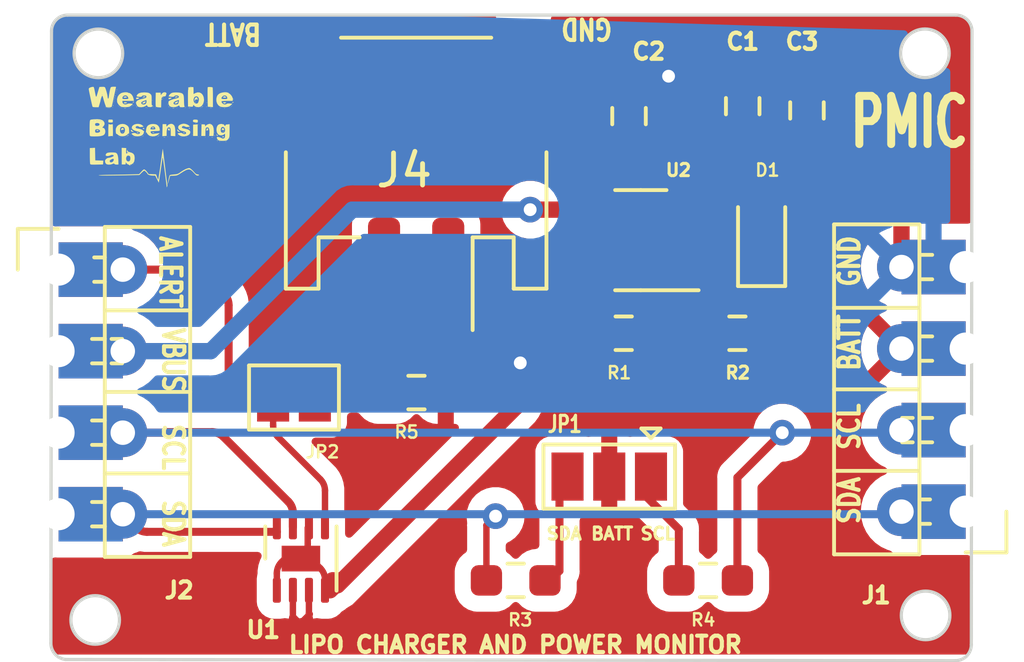
<source format=kicad_pcb>
(kicad_pcb (version 20221018) (generator pcbnew)

  (general
    (thickness 1.6)
  )

  (paper "A4")
  (layers
    (0 "F.Cu" signal)
    (31 "B.Cu" signal)
    (32 "B.Adhes" user "B.Adhesive")
    (33 "F.Adhes" user "F.Adhesive")
    (34 "B.Paste" user)
    (35 "F.Paste" user)
    (36 "B.SilkS" user "B.Silkscreen")
    (37 "F.SilkS" user "F.Silkscreen")
    (38 "B.Mask" user)
    (39 "F.Mask" user)
    (42 "Eco1.User" user "User.Eco1")
    (44 "Edge.Cuts" user)
    (45 "Margin" user)
    (46 "B.CrtYd" user "B.Courtyard")
    (47 "F.CrtYd" user "F.Courtyard")
  )

  (setup
    (stackup
      (layer "F.SilkS" (type "Top Silk Screen"))
      (layer "F.Paste" (type "Top Solder Paste"))
      (layer "F.Mask" (type "Top Solder Mask") (thickness 0.01))
      (layer "F.Cu" (type "copper") (thickness 0.035))
      (layer "dielectric 1" (type "core") (thickness 1.51) (material "FR4") (epsilon_r 4.5) (loss_tangent 0.02))
      (layer "B.Cu" (type "copper") (thickness 0.035))
      (layer "B.Mask" (type "Bottom Solder Mask") (thickness 0.01))
      (layer "B.Paste" (type "Bottom Solder Paste"))
      (layer "B.SilkS" (type "Bottom Silk Screen"))
      (copper_finish "None")
      (dielectric_constraints no)
      (castellated_pads yes)
    )
    (pad_to_mask_clearance 0)
    (grid_origin 0.15 0.15)
    (pcbplotparams
      (layerselection 0x00010fc_ffffffff)
      (plot_on_all_layers_selection 0x0000000_00000000)
      (disableapertmacros false)
      (usegerberextensions false)
      (usegerberattributes true)
      (usegerberadvancedattributes true)
      (creategerberjobfile true)
      (dashed_line_dash_ratio 12.000000)
      (dashed_line_gap_ratio 3.000000)
      (svgprecision 4)
      (plotframeref false)
      (viasonmask false)
      (mode 1)
      (useauxorigin false)
      (hpglpennumber 1)
      (hpglpenspeed 20)
      (hpglpendiameter 15.000000)
      (dxfpolygonmode true)
      (dxfimperialunits true)
      (dxfusepcbnewfont true)
      (psnegative false)
      (psa4output false)
      (plotreference true)
      (plotvalue true)
      (plotinvisibletext false)
      (sketchpadsonfab false)
      (subtractmaskfromsilk false)
      (outputformat 1)
      (mirror false)
      (drillshape 0)
      (scaleselection 1)
      (outputdirectory "Print/")
    )
  )

  (net 0 "")
  (net 1 "+BATT")
  (net 2 "GND")
  (net 3 "Net-(JP1-A)")
  (net 4 "Net-(D1-K)")
  (net 5 "Net-(D1-A)")
  (net 6 "Net-(U2-PROG)")
  (net 7 "ALERT")
  (net 8 "Net-(JP1-B)")
  (net 9 "Net-(JP2-B)")
  (net 10 "VBUS")
  (net 11 "/SCL_PMIC")
  (net 12 "/SDA_PMIC")

  (footprint "Jumper:SolderJumper-3_P1.3mm_Open_Pad1.0x1.5mm" (layer "F.Cu") (at 90.856 88.238 180))

  (footprint "Connector_JST:JST_PH_S2B-PH-SM4-TB_1x02-1MP_P2.00mm_Horizontal" (layer "F.Cu") (at 84.84 79.074 180))

  (footprint "LOGO" (layer "F.Cu") (at 76.996 77.612))

  (footprint "Resistor_SMD:R_0603_1608Metric_Pad0.98x0.95mm_HandSolder" (layer "F.Cu") (at 94.8485 83.772 180))

  (footprint "Resistor_SMD:R_0603_1608Metric_Pad0.98x0.95mm_HandSolder" (layer "F.Cu") (at 87.9415 91.472))

  (footprint "Jumper:SolderJumper-2_P1.3mm_Open_Pad1.0x1.5mm" (layer "F.Cu") (at 81.034 85.774))

  (footprint "Resistor_SMD:R_0603_1608Metric_Pad0.98x0.95mm_HandSolder" (layer "F.Cu") (at 84.85 85.62))

  (footprint "Resistor_SMD:R_0603_1608Metric_Pad0.98x0.95mm_HandSolder" (layer "F.Cu") (at 91.3065 83.772 180))

  (footprint "Resistor_SMD:R_0603_1608Metric_Pad0.98x0.95mm_HandSolder" (layer "F.Cu") (at 95.014 76.6975 90))

  (footprint "Castellated_PinHeaders_1x04:Castellated_PinHeader_1x04_P2.54mm" (layer "F.Cu") (at 73.7 81.79))

  (footprint "Resistor_SMD:R_0603_1608Metric_Pad0.98x0.95mm_HandSolder" (layer "F.Cu") (at 97.016 76.8305 -90))

  (footprint "Package_DFN_QFN:TDFN-8-1EP_2x2mm_P0.5mm_EP0.8x1.2mm" (layer "F.Cu") (at 81.25 90.7925 90))

  (footprint "LED_SMD:LED_0603_1608Metric_Pad1.05x0.95mm_HandSolder" (layer "F.Cu") (at 95.6032 80.643 90))

  (footprint "Resistor_SMD:R_0603_1608Metric_Pad0.98x0.95mm_HandSolder" (layer "F.Cu") (at 91.472 77.0075 90))

  (footprint "Castellated_PinHeaders_1x04:Castellated_PinHeader_1x04_P2.54mm" (layer "F.Cu") (at 101.96 89.33 180))

  (footprint "Resistor_SMD:R_0603_1608Metric_Pad0.98x0.95mm_HandSolder" (layer "F.Cu") (at 93.936 91.472 180))

  (footprint "Package_TO_SOT_SMD:SOT-23-5" (layer "F.Cu") (at 91.8395 80.872 180))

  (gr_line locked (start 73.461553 93.428447) (end 73.4798 74.3608)
    (stroke (width 0.1) (type default)) (layer "Edge.Cuts") (tstamp 08a709b1-426c-48ae-a0b3-b99f1e8a0399))
  (gr_arc locked (start 73.4798 74.3608) (mid 73.626247 74.007247) (end 73.9798 73.8608)
    (stroke (width 0.1) (type default)) (layer "Edge.Cuts") (tstamp 09663f50-a886-4683-b9d0-131f8051fcb7))
  (gr_circle (center 74.84 92.704) (end 75.4 93.214)
    (stroke (width 0.1) (type default)) (fill none) (layer "Edge.Cuts") (tstamp 2513244c-58a9-42a8-a8ed-f1489566f036))
  (gr_arc locked (start 101.6564 73.8608) (mid 102.009953 74.007247) (end 102.1564 74.3608)
    (stroke (width 0.1) (type default)) (layer "Edge.Cuts") (tstamp 3cbd72eb-bd78-4f6a-a210-9faba7291f92))
  (gr_circle (center 100.69 75.05) (end 101.25 75.56)
    (stroke (width 0.1) (type default)) (fill none) (layer "Edge.Cuts") (tstamp 4cfdacca-9ffd-40c6-a568-c3b68787aff0))
  (gr_arc locked (start 102.136 93.474) (mid 101.989553 93.827553) (end 101.636 93.974)
    (stroke (width 0.1) (type default)) (layer "Edge.Cuts") (tstamp 68ef35ec-c2a9-46de-81a0-ef7022a44dbd))
  (gr_circle (center 74.94 75.052571) (end 75.5 75.562571)
    (stroke (width 0.1) (type default)) (fill none) (layer "Edge.Cuts") (tstamp 81610174-60b4-4a29-9762-33655680d313))
  (gr_circle (center 100.712 92.562571) (end 101.272 93.072571)
    (stroke (width 0.1) (type default)) (fill none) (layer "Edge.Cuts") (tstamp 86f2f2e5-e529-4c86-860e-13e400f987c9))
  (gr_line locked (start 101.636 93.974) (end 73.916 93.936)
    (stroke (width 0.1) (type default)) (layer "Edge.Cuts") (tstamp 938ccd79-4a5a-4e66-be66-cebdc87db407))
  (gr_arc locked (start 73.916 93.936) (mid 73.591766 93.769083) (end 73.461553 93.428447)
    (stroke (width 0.1) (type default)) (layer "Edge.Cuts") (tstamp ac7809a6-8f82-47cd-8c8b-f8d011ca0a2c))
  (gr_line locked (start 73.9798 73.8608) (end 101.6564 73.8608)
    (stroke (width 0.1) (type default)) (layer "Edge.Cuts") (tstamp e1c5ba30-b97a-47bc-a237-e1e1c0359efa))
  (gr_line locked (start 102.1564 74.3608) (end 102.136 93.474)
    (stroke (width 0.1) (type default)) (layer "Edge.Cuts") (tstamp efbfa07e-3c0b-4142-93fa-d289a850e971))
  (gr_text "BATT" (at 90.24 90.24) (layer "F.SilkS") (tstamp 0585cda7-94c7-42c5-bdba-28b17d023b44)
    (effects (font (size 0.381 0.381) (thickness 0.09525) bold) (justify left bottom))
  )
  (gr_text "LIPO CHARGER AND POWER MONITOR" (at 87.93 93.474) (layer "F.SilkS") (tstamp 06e77fa9-c633-44eb-998f-f6a4f27ad15d)
    (effects (font (size 0.508 0.508) (thickness 0.127)))
  )
  (gr_text "SDA" (at 98.71 89.778 90) (layer "F.SilkS") (tstamp 21655622-28f3-4149-a45d-33cb8546316b)
    (effects (font (size 0.635 0.508) (thickness 0.127) bold) (justify left bottom))
  )
  (gr_text "PMIC" (at 98.248 78.074) (layer "F.SilkS") (tstamp 3c3e52c4-1815-4087-bb4d-ca2ba0044c89)
    (effects (font (size 1.5 0.992) (thickness 0.248) bold) (justify left bottom))
  )
  (gr_text "SDA" (at 76.8986 88.9012 -90) (layer "F.SilkS") (tstamp 51a8c6f2-593e-4fd9-857f-12b7f75786f8)
    (effects (font (size 0.635 0.508) (thickness 0.127) bold) (justify left bottom))
  )
  (gr_text "SDA" (at 88.854 90.24) (layer "F.SilkS") (tstamp 66ff2711-380e-483f-8615-9a984db7a465)
    (effects (font (size 0.381 0.381) (thickness 0.09525) bold) (justify left bottom))
  )
  (gr_text "SCL" (at 91.78 90.24) (layer "F.SilkS") (tstamp 74c46991-a604-49dd-b6fa-dea8af781726)
    (effects (font (size 0.381 0.381) (thickness 0.09525) bold) (justify left bottom))
  )
  (gr_text "SCL" (at 76.8986 86.539 -90) (layer "F.SilkS") (tstamp 7cc78627-04d3-4a04-a13b-aa4ab6af1cdc)
    (effects (font (size 0.635 0.508) (thickness 0.127) bold) (justify left bottom))
  )
  (gr_text "GND" (at 98.71 82.386 90) (layer "F.SilkS") (tstamp 7d99862c-3a0c-4a87-8427-99b4407277b2)
    (effects (font (size 0.635 0.508) (thickness 0.127) bold) (justify left bottom))
  )
  (gr_text "BATT" (at 80.076 74.07 180) (layer "F.SilkS") (tstamp c6dcdcc4-7f21-4f55-9569-9ab51772fb1a)
    (effects (font (size 0.635 0.508) (thickness 0.127) bold) (justify left bottom))
  )
  (gr_text "BATT" (at 98.71 85.004 90) (layer "F.SilkS") (tstamp cecd89fa-5c96-4b7a-9023-4237607a1388)
    (effects (font (size 0.635 0.508) (thickness 0.127) bold) (justify left bottom))
  )
  (gr_text "GND" (at 91.01 73.916 180) (layer "F.SilkS") (tstamp d3e73b4a-9ddf-4df0-a25f-52534df34221)
    (effects (font (size 0.635 0.508) (thickness 0.127) bold) (justify left bottom))
  )
  (gr_text "ALERT" (at 76.81 80.68 270) (layer "F.SilkS") (tstamp daeaafa5-5c53-4941-88cf-39ced48af619)
    (effects (font (size 0.635 0.508) (thickness 0.127) bold) (justify left bottom))
  )
  (gr_text "VBUS\n" (at 76.9 83.54 270) (layer "F.SilkS") (tstamp dd4dcb50-758c-4ae9-9812-e9d806a3f9a4)
    (effects (font (size 0.635 0.508) (thickness 0.127) bold) (justify left bottom))
  )
  (gr_text "SCL" (at 98.71 87.468 90) (layer "F.SilkS") (tstamp fd9b2c00-ca14-425e-a98f-3a5dc3674d29)
    (effects (font (size 0.635 0.508) (thickness 0.127) bold) (justify left bottom))
  )

  (segment (start 81 92.6) (end 81 91.78) (width 0.2) (layer "F.Cu") (net 1) (tstamp 42a23c23-aee6-4a84-a2a4-84c949562984))
  (segment (start 81.225 92.825) (end 81 92.6) (width 0.2) (layer "F.Cu") (net 1) (tstamp 5f56849c-df18-4308-99eb-3d234c8d64d9))
  (segment (start 81.525 92.525) (end 81.225 92.825) (width 0.2) (layer "F.Cu") (net 1) (tstamp 8fda2bd7-36a4-4e9c-870e-31f0b4766778))
  (segment (start 81.5 92.5) (end 81.525 92.525) (width 0.2) (layer "F.Cu") (net 1) (tstamp a6989bf5-51b3-4bf5-96eb-a45b0f394b12))
  (segment (start 81.5 91.78) (end 81.5 92.5) (width 0.2) (layer "F.Cu") (net 1) (tstamp ff89cb47-1153-4a24-b47b-be7bdfa355a7))
  (segment (start 81.345393 90.7925) (end 81.25 90.7925) (width 0.2) (layer "F.Cu") (net 2) (tstamp 00e6b2ba-a625-48ca-987b-5315f24e4cc8))
  (segment (start 98.877447 75.931447) (end 99.813554 76.867554) (width 0.508) (layer "F.Cu") (net 2) (tstamp 0d0be688-7b3f-4495-8984-05f29c97d024))
  (segment (start 80.7555 90.7925) (end 81.25 90.7925) (width 0.2) (layer "F.Cu") (net 2) (tstamp 12e81996-709f-4630-8d5d-9c4452eb1370))
  (segment (start 88.084 83.055107) (end 88.084 84.696) (width 0.508) (layer "F.Cu") (net 2) (tstamp 1ad70ab8-33ff-4457-8443-84b13beb1722))
  (segment (start 88.084 84.696) (end 88.084 85.720893) (width 0.508) (layer "F.Cu") (net 2) (tstamp 2a1b04d6-4c19-4983-809b-1b724c963f78))
  (segment (start 82 91.78) (end 82 91.447107) (width 0.2) (layer "F.Cu") (net 2) (tstamp 2adecf88-896d-4ccc-83fa-38a715fd4aca))
  (segment (start 91.772447 85.319553) (end 92.072554 85.019446) (width 0.508) (layer "F.Cu") (net 2) (tstamp 2dab028f-b246-436d-a681-96e59037978a))
  (segment (start 82.386 91.472) (end 82.232 91.472) (width 0.508) (layer "F.Cu") (net 2) (tstamp 3226ef93-0362-4359-a359-a10b29708cee))
  (segment (start 87.16 81.924) (end 85.84 81.924) (width 0.508) (layer "F.Cu") (net 2) (tstamp 379b3547-dd9d-415f-95c9-81218fe38b8c))
  (segment (start 81.25 90.7925) (end 81.25 90.76) (width 0.2) (layer "F.Cu") (net 2) (tstamp 3acad2a9-90e6-44a9-9693-3e6f58b6389d))
  (segment (start 89.451553 81.018447) (end 88.692446 81.777554) (width 0.508) (layer "F.Cu") (net 2) (tstamp 3e82980a-3b2e-4c4d-b6c1-91e30f27a6ac))
  (segment (start 92.219 84.665893) (end 92.219 83.772) (width 0.508) (layer "F.Cu") (net 2) (tstamp 411fd118-d9a6-4ba8-9c65-a1baf6b5e532))
  (segment (start 99.96 77.221107) (end 99.96 81.71) (width 0.508) (layer "F.Cu") (net 2) (tstamp 42155993-160b-424e-83be-2c8b08be42b9))
  (segment (start 88.084 84.696) (end 88.707554 85.319554) (width 0.508) (layer "F.Cu") (net 2) (tstamp 4eb46c89-3ee3-450f-90ec-a32e6ff36d7e))
  (segment (start 81.853553 91.093553) (end 81.698946 90.938946) (width 0.2) (layer "F.Cu") (net 2) (tstamp 5fff8a8d-e207-4ca8-abac-7ebb3ad2b7fe))
  (segment (start 92.219 83.772) (end 93.936 83.772) (width 0.508) (layer "F.Cu") (net 2) (tstamp 66472aff-9bed-4c13-b43a-9d2593c6ead9))
  (segment (start 82.232 91.7052) (end 82.1572 91.78) (width 0.508) (layer "F.Cu") (net 2) (tstamp 6ada2d9e-0c1d-46d4-831f-0734f43f6a10))
  (segment (start 80.5 91.78) (end 80.5 91.255107) (width 0.2) (layer "F.Cu") (net 2) (tstamp 6dad5a19-20c3-4711-9ad8-ded878be77c2))
  (segment (start 95.014 75.785) (end 98.523893 75.785) (width 0.508) (layer "F.Cu") (net 2) (tstamp 7ba3d0c5-553e-4ab7-a17a-48ff65eec0b4))
  (segment (start 82.232 91.472) (end 82.232 91.7052) (width 0.508) (layer "F.Cu") (net 2) (tstamp 8475b5c5-374c-4740-af94-325c48c8e0ec))
  (segment (start 87.937553 86.074447) (end 82.386 91.626) (width 0.508) (layer "F.Cu") (net 2) (tstamp 8ffbd648-2520-41ae-a1b2-74c70f0b36bd))
  (segment (start 91.656553 75.910447) (end 91.472 76.095) (width 0.508) (layer "F.Cu") (net 2) (tstamp 963018b7-9ef8-41b3-a07d-28ec746d4f8b))
  (segment (start 80.646447 90.901553) (end 80.7555 90.7925) (width 0.2) (layer "F.Cu") (net 2) (tstamp a18d1d7a-e260-4806-838a-ca645db5136a))
  (segment (start 81.25 90.76) (end 81.315554 90.694446) (width 0.2) (layer "F.Cu") (net 2) (tstamp a1a5a1c6-e330-45fc-b167-50847cd22cad))
  (segment (start 88.338893 81.924) (end 87.16 81.924) (width 0.508) (layer "F.Cu") (net 2) (tstamp a7f45236-185a-41a0-8d55-7d486bdf1ff0))
  (segment (start 81.462 89.843) (end 81.5 89.805) (width 0.2) (layer "F.Cu") (net 2) (tstamp bceefde4-5d16-4b83-b812-65e8a68e0a4f))
  (segment (start 89.061107 85.466) (end 91.418893 85.466) (width 0.508) (layer "F.Cu") (net 2) (tstamp d5a352dd-594f-4481-9f38-7076241a17d3))
  (segment (start 92.977 80.872) (end 89.805107 80.872) (width 0.508) (layer "F.Cu") (net 2) (tstamp dcb02152-4ca8-4de1-a280-b1b79e27b5e1))
  (segment (start 92.704 75.764) (end 92.010107 75.764) (width 0.508) (layer "F.Cu") (net 2) (tstamp e944f85a-10b6-4a19-991c-4dda20a06a5c))
  (segment (start 87.16 81.924) (end 87.937554 82.701554) (width 0.508) (layer "F.Cu") (net 2) (tstamp ee187d12-ccfb-4272-b7a9-508a1fdd3b6a))
  (segment (start 81.462 90.340893) (end 81.462 89.843) (width 0.2) (layer "F.Cu") (net 2) (tstamp f374723e-2d9c-476c-a691-18932191dcfe))
  (via (at 88.084 84.696) (size 0.8) (drill 0.4) (layers "F.Cu" "B.Cu") (net 2) (tstamp 06b762e5-7837-42dc-b287-ecb1cb2d5256))
  (via (at 92.704 75.764) (size 0.8) (drill 0.4) (layers "F.Cu" "B.Cu") (net 2) (tstamp 347afe8a-00b6-4631-957d-a35633df8464))
  (arc (start 99.813554 76.867554) (mid 99.92194 77.029766) (end 99.96 77.221107) (width 0.508) (layer "F.Cu") (net 2) (tstamp 0797c126-ad06-4732-81e1-76ab342c4658))
  (arc (start 87.937553 86.074447) (mid 88.04594 85.912235) (end 88.084 85.720893) (width 0.508) (layer "F.Cu") (net 2) (tstamp 0b8fc7ff-d916-4201-9b5e-b99e51ad9c5e))
  (arc (start 88.084 83.055107) (mid 88.04594 82.863766) (end 87.937554 82.701554) (width 0.508) (layer "F.Cu") (net 2) (tstamp 13573c29-4b2c-4bf0-acd4-a0b354d6a7c9))
  (arc (start 80.5 91.255107) (mid 80.53806 91.063765) (end 80.646447 90.901553) (width 0.2) (layer "F.Cu") (net 2) (tstamp 2a7a492f-a0ff-45d3-91d3-35a7aa53eb9b))
  (arc (start 81.315554 90.694446) (mid 81.42394 90.532234) (end 81.462 90.340893) (width 0.2) (layer "F.Cu") (net 2) (tstamp 3590ff01-0915-476d-9d81-85b03e74762b))
  (arc (start 92.010107 75.764) (mid 91.818765 75.80206) (end 91.656553 75.910447) (width 0.508) (layer "F.Cu") (net 2) (tstamp 6a365df9-f186-4619-8ae9-56a6d166502c))
  (arc (start 88.692446 81.777554) (mid 88.530234 81.88594) (end 88.338893 81.924) (width 0.508) (layer "F.Cu") (net 2) (tstamp 6c67c93f-b210-459b-b3ba-4f6dd0b84777))
  (arc (start 81.698946 90.938946) (mid 81.536734 90.83056) (end 81.345393 90.7925) (width 0.2) (layer "F.Cu") (net 2) (tstamp 75f8802d-ab67-4fda-a7f9-650c29d24425))
  (arc (start 98.877447 75.931447) (mid 98.715235 75.82306) (end 98.523893 75.785) (width 0.508) (layer "F.Cu") (net 2) (tstamp 7b3c255a-07cd-45d7-b1c5-b6447d4b3a9a))
  (arc (start 92.072554 85.019446) (mid 92.18094 84.857234) (end 92.219 84.665893) (width 0.508) (layer "F.Cu") (net 2) (tstamp 8e546c2e-1e15-4210-8014-407e8febb05e))
  (arc (start 89.451553 81.018447) (mid 89.613765 80.91006) (end 89.805107 80.872) (width 0.508) (layer "F.Cu") (net 2) (tstamp b69011f1-b37d-4078-81cb-23e190dbdd64))
  (arc (start 91.772447 85.319553) (mid 91.610235 85.42794) (end 91.418893 85.466) (width 0.508) (layer "F.Cu") (net 2) (tstamp cc568fbf-7b33-4a4d-97b9-d54b7e4eb79e))
  (arc (start 82 91.447107) (mid 81.96194 91.255765) (end 81.853553 91.093553) (width 0.2) (layer "F.Cu") (net 2) (tstamp d76580e1-9f32-4115-af8c-f0c22cd45cfb))
  (arc (start 89.061107 85.466) (mid 88.869766 85.42794) (end 88.707554 85.319554) (width 0.508) (layer "F.Cu") (net 2) (tstamp e3f78a9e-dcc5-44f8-805e-d3246ae40392))
  (segment (start 93.0235 89.8755) (end 91.848 88.7) (width 0.25) (layer "F.Cu") (net 3) (tstamp 84aab61e-4f8b-4867-9793-601f2b691db5))
  (segment (start 93.0235 91.472) (end 93.0235 89.8755) (width 0.25) (layer "F.Cu") (net 3) (tstamp b6946e6d-01b5-406a-900f-028d797e2f21))
  (segment (start 95.761 83.772) (end 95.761 81.882907) (width 0.25) (layer "F.Cu") (net 4) (tstamp 122ca3ba-d365-4b39-87c0-6e913740d66b))
  (segment (start 95.614553 81.529353) (end 95.6032 81.518) (width 0.25) (layer "F.Cu") (net 4) (tstamp a1e78289-79b0-413b-88eb-1fe37a2f7473))
  (arc (start 95.761 81.882907) (mid 95.72294 81.691565) (end 95.614553 81.529353) (width 0.25) (layer "F.Cu") (net 4) (tstamp a090b12d-336c-42b2-a9ac-5461a58d5b8b))
  (segment (start 92.977 81.822) (end 93.522893 81.822) (width 0.25) (layer "F.Cu") (net 5) (tstamp 0b1d437f-cd2f-4dc6-9685-f34236906916))
  (segment (start 94.244 81.100893) (end 94.244 80.591107) (width 0.25) (layer "F.Cu") (net 5) (tstamp 0f6582de-2e49-4906-b57a-cc79e6059cff))
  (segment (start 95.067107 79.768) (end 95.6032 79.768) (width 0.25) (layer "F.Cu") (net 5) (tstamp 73166e87-78ee-41d9-b0e6-ddd363dd8ef1))
  (segment (start 94.390447 80.237553) (end 94.713554 79.914446) (width 0.25) (layer "F.Cu") (net 5) (tstamp 8884c93f-00fc-4c10-af8f-8aa8d83f90a2))
  (segment (start 93.876447 81.675553) (end 94.097554 81.454446) (width 0.25) (layer "F.Cu") (net 5) (tstamp ed6f144e-40a8-4d2d-8f12-10d382e36345))
  (arc (start 94.244 81.100893) (mid 94.20594 81.292234) (end 94.097554 81.454446) (width 0.25) (layer "F.Cu") (net 5) (tstamp 1da17e7f-6c57-45d7-b45f-e1286b6b4350))
  (arc (start 94.390447 80.237553) (mid 94.28206 80.399765) (end 94.244 80.591107) (width 0.25) (layer "F.Cu") (net 5) (tstamp 56712fdc-1ac9-409c-a37d-bf33d302c1ea))
  (arc (start 94.713554 79.914446) (mid 94.875766 79.80606) (end 95.067107 79.768) (width 0.25) (layer "F.Cu") (net 5) (tstamp a897321b-f52c-4be6-b242-1169fec6dd3d))
  (arc (start 93.522893 81.822) (mid 93.714235 81.78394) (end 93.876447 81.675553) (width 0.25) (layer "F.Cu") (net 5) (tstamp e4e543c8-4488-4d86-8edb-8e7bfbfb1c5d))
  (segment (start 90.637753 83.46) (end 90.637753 81.886247) (width 0.25) (layer "F.Cu") (net 6) (tstamp 1bc81270-7c59-4f62-9c1d-a71d543154ee))
  (segment (start 90.637753 81.886247) (end 90.702 81.822) (width 0.25) (layer "F.Cu") (net 6) (tstamp fb73f191-1dae-4114-9ed2-c2e06745a0ca))
  (segment (start 82 89.959) (end 82 88.675107) (width 0.2) (layer "F.Cu") (net 7) (tstamp 3ac9a2ad-b153-45b3-ab73-fbf19526ca05))
  (segment (start 79.667107 85.774) (end 80.384 85.774) (width 0.25) (layer "F.Cu") (net 7) (tstamp 4b3f32e7-b278-4aa6-aa98-db8fd424447d))
  (segment (start 81.853553 88.321553) (end 80.530446 86.998446) (width 0.2) (layer "F.Cu") (net 7) (tstamp 51d41350-3415-4ed6-b352-fbd16f79023b))
  (segment (start 78.851553 82.547553) (end 78.240446 81.936446) (width 0.25) (layer "F.Cu") (net 7) (tstamp 8aff4ded-de07-478f-b36a-18edef547a98))
  (segment (start 80.384 86.644893) (end 80.384 85.774) (width 0.2) (layer "F.Cu") (net 7) (tstamp af7fd74c-2ab8-41f8-abf9-b1b0ec260004))
  (segment (start 78.998 85.104893) (end 78.998 82.901107) (width 0.25) (layer "F.Cu") (net 7) (tstamp bb7db59c-0a15-4cd4-8b4a-e005e6bf6ac4))
  (segment (start 79.313553 85.627553) (end 79.144446 85.458446) (width 0.25) (layer "F.Cu") (net 7) (tstamp f40424df-a661-4f82-baf0-7fb7835dc670))
  (segment (start 77.886893 81.79) (end 75.7 81.79) (width 0.25) (layer "F.Cu") (net 7) (tstamp fcd2ac90-e5f1-464f-a224-82a8f2d87785))
  (arc (start 79.144446 85.458446) (mid 79.03606 85.296234) (end 78.998 85.104893) (width 0.25) (layer "F.Cu") (net 7) (tstamp 0155b9d6-d406-4de6-aa54-9dd8983baac0))
  (arc (start 79.667107 85.774) (mid 79.475765 85.73594) (end 79.313553 85.627553) (width 0.25) (layer "F.Cu") (net 7) (tstamp 136ed636-913d-4f55-b941-946126eef91f))
  (arc (start 80.530446 86.998446) (mid 80.42206 86.836234) (end 80.384 86.644893) (width 0.2) (layer "F.Cu") (net 7) (tstamp 9474a73e-6930-4ac0-8e9b-1e6a3e406bb2))
  (arc (start 78.998 82.901107) (mid 78.95994 82.709765) (end 78.851553 82.547553) (width 0.25) (layer "F.Cu") (net 7) (tstamp 9ca027b9-b181-458b-9ec9-f7f59a9d4629))
  (arc (start 82 88.675107) (mid 81.96194 88.483765) (end 81.853553 88.321553) (width 0.2) (layer "F.Cu") (net 7) (tstamp bc2f9dd2-8dd2-464f-a509-c64fa2072e29))
  (arc (start 77.886893 81.79) (mid 78.078234 81.82806) (end 78.240446 81.936446) (width 0.25) (layer "F.Cu") (net 7) (tstamp c19073a7-67f5-4c20-b786-dc324eb8ee05))
  (segment (start 88.854 91.626) (end 89.305407 91.174593) (width 0.25) (layer "F.Cu") (net 8) (tstamp 3acfb6d4-0871-4c9a-9c86-0b0a3438501f))
  (segment (start 89.305407 91.174593) (end 89.305407 88.6572) (width 0.25) (layer "F.Cu") (net 8) (tstamp 8d1d46c0-b4c0-4996-9422-afca296ea2b3))
  (segment (start 81.684 85.774) (end 81.691554 85.766446) (width 0.25) (layer "F.Cu") (net 9) (tstamp 115cc593-7822-472f-b914-658ba311290a))
  (segment (start 82.045107 85.62) (end 84.257 85.62) (width 0.25) (layer "F.Cu") (net 9) (tstamp fac17883-77e6-4bea-a7bd-a206989f1969))
  (arc (start 81.691554 85.766446) (mid 81.853766 85.65806) (end 82.045107 85.62) (width 0.25) (layer "F.Cu") (net 9) (tstamp ad55862b-1436-4688-8bd0-d034afc35149))
  (segment (start 90.394 79.922) (end 88.392 79.922) (width 0.508) (layer "F.Cu") (net 10) (tstamp 49f45db3-6497-4d46-b9be-07d76f296a09))
  (segment (start 90.637753 79.857753) (end 90.637753 78.747554) (width 0.508) (layer "F.Cu") (net 10) (tstamp c45dff74-16c0-462f-979e-b92e2766d5c5))
  (segment (start 90.7842 78.394) (end 91.5682 77.61) (width 0.508) (layer "F.Cu") (net 10) (tstamp da2f1a86-c029-450f-aac8-7f890ce38773))
  (via (at 88.392 79.922) (size 0.8) (drill 0.4) (layers "F.Cu" "B.Cu") (net 10) (tstamp afca6d19-5dd3-4e36-80ca-1f8ce6d59115))
  (arc (start 90.7842 78.394) (mid 90.675813 78.556212) (end 90.637753 78.747554) (width 0.508) (layer "F.Cu") (net 10) (tstamp 9a620c36-0915-4713-9b80-2df6df775687))
  (segment (start 88.392 79.922) (end 82.848 79.922) (width 0.508) (layer "B.Cu") (net 10) (tstamp 9cf95064-2926-4a7a-af4f-ce4e8b9213c1))
  (segment (start 78.44 84.33) (end 75.7 84.33) (width 0.508) (layer "B.Cu") (net 10) (tstamp f46220e4-c1e5-4048-8791-bc2deaf37687))
  (segment (start 82.848 79.922) (end 78.44 84.33) (width 0.508) (layer "B.Cu") (net 10) (tstamp fbe89cf5-b252-4432-aac0-932a1e40dd8c))
  (segment (start 96.246 86.87) (end 94.8485 88.2675) (width 0.25) (layer "F.Cu") (net 11) (tstamp 17f8e69a-38e1-4c58-a909-7dae9ed98cbf))
  (segment (start 76.978 86.87) (end 76.996 86.852) (width 0.25) (layer "F.Cu") (net 11) (tstamp 3528f79e-bc85-42d7-8855-e54f359715de))
  (segment (start 75.7 86.87) (end 76.978 86.87) (width 0.25) (layer "F.Cu") (net 11) (tstamp be18078b-3d7d-4001-9bf2-9a268ce87b65))
  (segment (start 94.8485 88.2675) (end 94.8485 91.472) (width 0.25) (layer "F.Cu") (net 11) (tstamp be80eaf7-08d0-4dc5-b15d-bf4c00294eed))
  (segment (start 76.996 86.852) (end 78.482893 86.852) (width 0.25) (layer "F.Cu") (net 11) (tstamp cee2328c-f635-4c8e-b569-c81c98ff2427))
  (segment (start 78.836447 86.998447) (end 80.853554 89.015554) (width 0.25) (layer "F.Cu") (net 11) (tstamp e1abfbf7-cf89-48f0-8853-0781a45628bb))
  (segment (start 81 89.369107) (end 81 89.805) (width 0.25) (layer "F.Cu") (net 11) (tstamp f82331f9-b736-430a-b1a0-27f2d314c657))
  (via (at 96.246 86.87) (size 0.8) (drill 0.4) (layers "F.Cu" "B.Cu") (net 11) (tstamp 34181a7d-1ae2-4014-8e45-d5d3eb553252))
  (arc (start 81 89.369107) (mid 80.96194 89.177766) (end 80.853554 89.015554) (width 0.25) (layer "F.Cu") (net 11) (tstamp 64a24606-5497-4c53-a1d0-f9e67db0cec5))
  (arc (start 78.482893 86.852) (mid 78.674235 86.89006) (end 78.836447 86.998447) (width 0.25) (layer "F.Cu") (net 11) (tstamp ffd7f074-52d5-42a1-86bd-77098ec8b88f))
  (segment (start 99.88 86.87) (end 99.96 86.79) (width 0.25) (layer "B.Cu") (net 11) (tstamp dfa49ccd-4c56-4457-9148-9a7c4fc67a90))
  (segment (start 75.7 86.87) (end 99.88 86.87) (width 0.25) (layer "B.Cu") (net 11) (tstamp f8ca4304-2e71-42d8-9d26-4aeb0cf40eeb))
  (segment (start 87.029 91.626) (end 87.029 89.755) (width 0.2) (layer "F.Cu") (net 12) (tstamp 03b51554-cce1-43c1-8e0d-f1a5606416ac))
  (segment (start 87.029 89.755) (end 87.314 89.47) (width 0.2) (layer "F.Cu") (net 12) (tstamp 50f9d7c9-f415-42fb-8253-4ea36a3d3b9b))
  (segment (start 80.5 89.959) (end 76.456107 89.959) (width 0.25) (layer "F.Cu") (net 12) (tstamp 8154a676-9adc-4a5f-823f-6b79dbbdff18))
  (segment (start 76.102553 89.812553) (end 75.7 89.41) (width 0.25) (layer "F.Cu") (net 12) (tstamp 8341dd32-a77c-4994-aa6e-6dbc911f8955))
  (via (at 87.314 89.47) (size 0.8) (drill 0.4) (layers "F.Cu" "B.Cu") (net 12) (tstamp a4e300c9-e310-4ae0-8e06-f523686d9e95))
  (arc (start 76.456107 89.959) (mid 76.264765 89.92094) (end 76.102553 89.812553) (width 0.25) (layer "F.Cu") (net 12) (tstamp 157f6229-4e02-40dc-bb8a-e3bcf32e6837))
  (segment (start 99.88 89.41) (end 99.96 89.33) (width 0.25) (layer "B.Cu") (net 12) (tstamp 6bb7a6cb-137f-449f-ba53-d73db7cb3014))
  (segment (start 75.7 89.41) (end 99.88 89.41) (width 0.25) (layer "B.Cu") (net 12) (tstamp 91ac8799-b81e-47a1-bd0b-0980ddca66be))

  (zone (net 1) (net_name "+BATT") (layer "F.Cu") (tstamp 75ab0f6f-7a7f-49f4-b96f-d0081d0459d4) (hatch edge 0.5)
    (connect_pads (clearance 0.5))
    (min_thickness 0.25) (filled_areas_thickness no)
    (fill yes (thermal_gap 0.5) (thermal_bridge_width 0.5))
    (polygon
      (pts
        (xy 75.02 73.39)
        (xy 102.37 73.39)
        (xy 102.2326 93.782)
        (xy 73.454 93.782)
        (xy 73.31 73.47)
      )
    )
    (filled_polygon
      (layer "F.Cu")
      (pts
        (xy 80.583201 73.877554)
     
... [66315 chars truncated]
</source>
